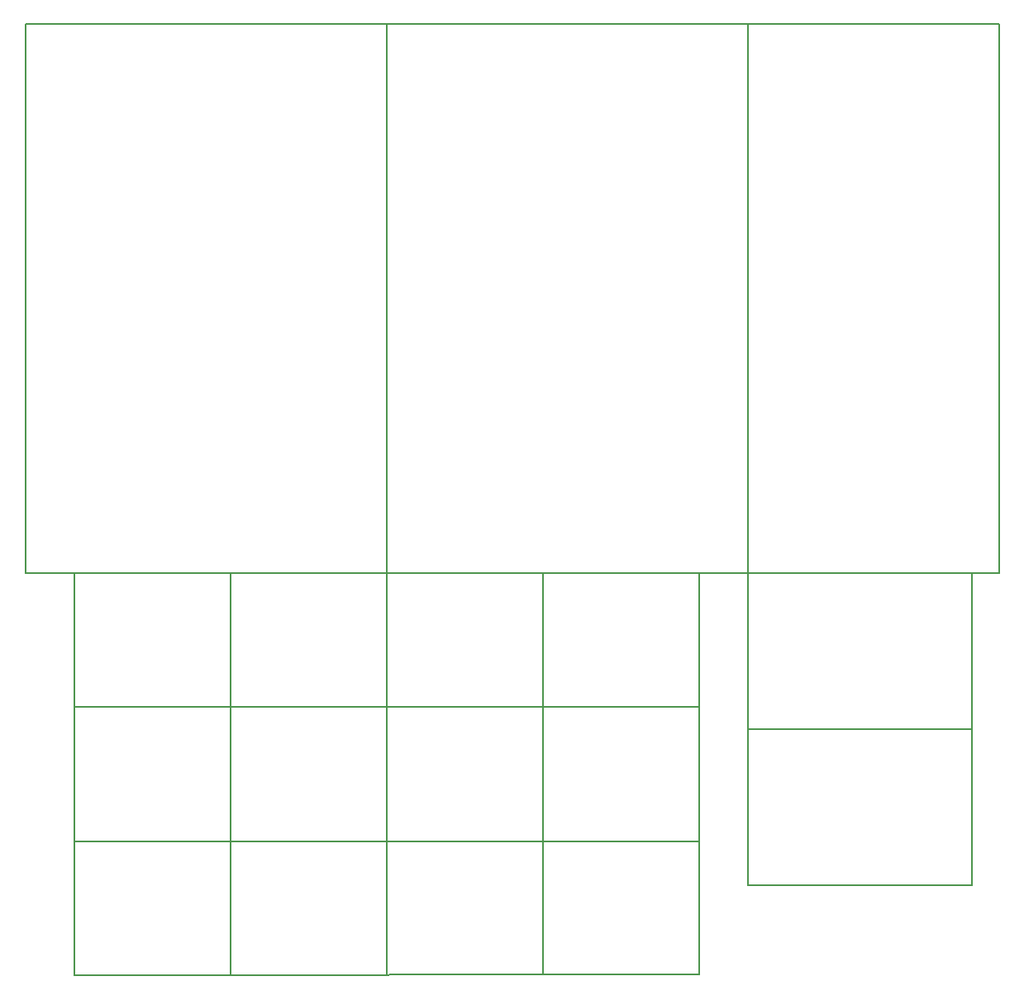
<source format=gbr>
G04 #@! TF.FileFunction,Other,ECO2*
%FSLAX46Y46*%
G04 Gerber Fmt 4.6, Leading zero omitted, Abs format (unit mm)*
G04 Created by KiCad (PCBNEW 4.0.7) date 11/16/17 18:45:24*
%MOMM*%
%LPD*%
G01*
G04 APERTURE LIST*
%ADD10C,0.100000*%
%ADD11C,0.200000*%
G04 APERTURE END LIST*
D10*
D11*
X-66900000Y10750000D02*
X-130900000Y10700000D01*
X-130900000Y10700000D02*
X-130900000Y51900000D01*
X-114900000Y51900000D02*
X-114900000Y10750000D01*
X-82900000Y51900000D02*
X-82900000Y10750000D01*
X-130900000Y24450000D02*
X-66850000Y24450000D01*
X-130900000Y38200000D02*
X-66850000Y38200000D01*
X-66900000Y51900000D02*
X-66900000Y10750000D01*
X-38900000Y19950000D02*
X-61900000Y19900000D01*
X-61900000Y35900000D02*
X-38900000Y35950000D01*
X-38900000Y51900000D02*
X-38900000Y19950000D01*
X-135900000Y51900000D02*
X-36150000Y51900000D01*
X-36150000Y108200000D02*
X-36150000Y51900000D01*
X-61900000Y19900000D02*
X-61900000Y108200000D01*
X-98900000Y108200000D02*
X-98900000Y10750000D01*
X-36150000Y108200000D02*
X-135900000Y108200000D01*
X-135900000Y108200000D02*
X-135900000Y51900000D01*
M02*

</source>
